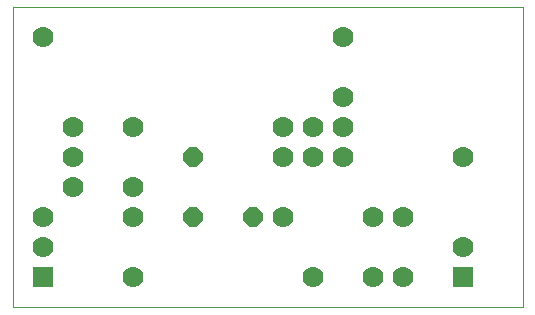
<source format=gtl>
G75*
%MOIN*%
%OFA0B0*%
%FSLAX25Y25*%
%IPPOS*%
%LPD*%
%AMOC8*
5,1,8,0,0,1.08239X$1,22.5*
%
%ADD10C,0.00000*%
%ADD11R,0.07000X0.07000*%
%ADD12C,0.07000*%
%ADD13OC8,0.06496*%
D10*
X0001260Y0001000D02*
X0001260Y0101000D01*
X0171260Y0101000D01*
X0171260Y0001000D01*
X0001260Y0001000D01*
D11*
X0011260Y0011000D03*
X0151260Y0011000D03*
D12*
X0151260Y0021000D03*
X0131260Y0011000D03*
X0121260Y0011000D03*
X0101260Y0011000D03*
X0091260Y0031000D03*
X0121260Y0031000D03*
X0131260Y0031000D03*
X0151260Y0051000D03*
X0111260Y0051000D03*
X0101260Y0051000D03*
X0091260Y0051000D03*
X0091260Y0061000D03*
X0101260Y0061000D03*
X0111260Y0061000D03*
X0111260Y0071000D03*
X0111260Y0091000D03*
X0041260Y0061000D03*
X0021260Y0061000D03*
X0021260Y0051000D03*
X0021260Y0041000D03*
X0011260Y0031000D03*
X0011260Y0021000D03*
X0041260Y0011000D03*
X0041260Y0031000D03*
X0041260Y0041000D03*
X0011260Y0091000D03*
D13*
X0061260Y0051000D03*
X0061260Y0031000D03*
X0081260Y0031000D03*
M02*

</source>
